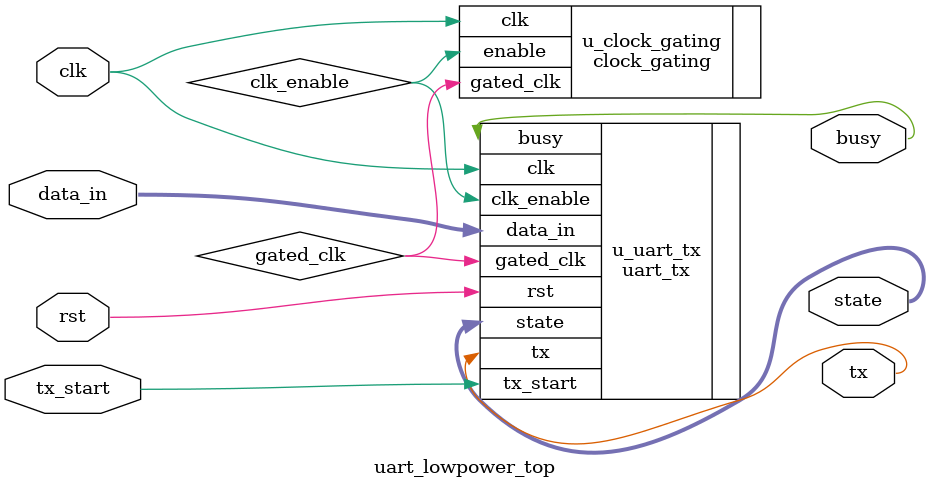
<source format=v>
`timescale 1ns/1ps
module uart_lowpower_top(
	input wire clk,  //系統時脈
	input wire rst,  // 非同步重置信號
	input wire tx_start,  //啟動傳送
	input wire [7:0] data_in,  //要傳送的資料
	output wire tx,  //UART傳送腳位
	output wire busy,  //傳送中旗標
	output wire [2:0] state  //UART FSM狀態	
);

	wire gated_clk;  // clock gating後的時脈
	wire clk_enable; // UART產生的clock enable控制信號
	
	// Clock Gating Instance
	clock_gating u_clock_gating(
		.clk(clk),
		.enable(clk_enable),
		.gated_clk(gated_clk)
	);
	
	// UART TX Instance
	uart_tx u_uart_tx(
		.clk(clk),
		.gated_clk(gated_clk),  //注意這裡用gaged_clk
		.rst(rst),
		.tx_start(tx_start),
		.data_in(data_in),
		.tx(tx),
		.busy(busy),
		.state(state),
		.clk_enable(clk_enable)  // UART告訴clock gating何時要開/關
	);
endmodule
</source>
